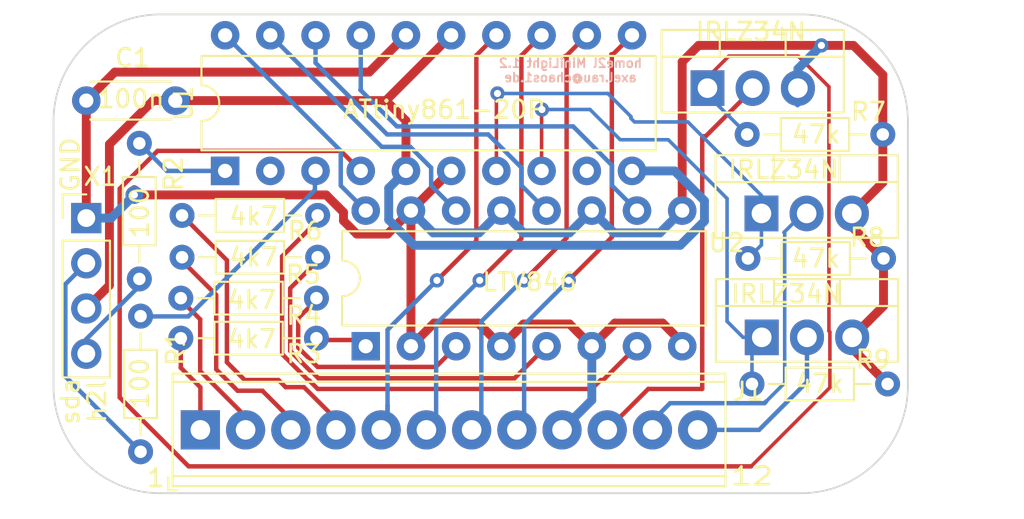
<source format=kicad_pcb>
(kicad_pcb (version 20240108) (generator "pcbnew") (generator_version "8.0")
  (title_block (title "home2l MiniLight") (date "2022-07-31") (rev "1.2") (company "axel.rau@chaos1.de") (comment 1 "Design based on https://github.com/gkiefer/home2l/tree/master/brownies/circuits") (comment 2 "The home2l Project: https://github.com/gkiefer/home2l") (comment 3 "This project: https://github.com/mc3/home2l") (comment 4 "Tiny Room Light Control Board suited for Spelsberg connection box Q 4-L (33490401)"))
  (layers (0 "F.Cu" signal) (31 "B.Cu" signal) (34 "B.Paste" user) (35 "F.Paste" user) (36 "B.SilkS" user "B.Silkscreen") (37 "F.SilkS" user "F.Silkscreen") (38 "B.Mask" user) (39 "F.Mask" user) (44 "Edge.Cuts" user))
  (net 0 "")
  (net 1 "GND")
  (net 2 "+5V")
  (net 3 "Net-(J1-Pad1)")
  (net 4 "Net-(J1-Pad2)")
  (net 5 "Net-(J1-Pad3)")
  (net 6 "Net-(J1-Pad4)")
  (net 7 "Net-(J1-Pad5)")
  (net 8 "Net-(J1-Pad6)")
  (net 9 "/scl")
  (net 10 "/sda")
  (net 11 "Net-(J1-Pad7)")
  (net 12 "Net-(J1-Pad8)")
  (net 13 "Net-(R1-Pad1)")
  (net 14 "Net-(R3-Pad2)")
  (net 16 "Net-(R4-Pad2)")
  (net 17 "Net-(R5-Pad2)")
  (net 18 "Net-(R6-Pad2)")
  (net 19 "Net-(R7-Pad2)")
  (net 20 "Net-(J1-Pad10)")
  (net 21 "Net-(J1-Pad11)")
  (net 22 "Net-(J1-Pad12)")
  (net 24 "Net-(U1-Pad17)")
  (net 25 "Net-(U1-Pad18)")
  (net 26 "Net-(U1-Pad19)")
  (net 27 "Net-(U1-Pad20)")
  (net 28 "Net-(R2-Pad1)")
  (net 29 "Net-(R8-Pad2)")
  (net 30 "Net-(R9-Pad2)")
  (footprint "Package_DIP:DIP-16_W7.62mm" (layer "F.Cu") (at 187.1 145.7 90)
    (property "Reference" "U2" (at 5.81 20.27 180) (layer "F.SilkS"))
    (property "Value" "LTV-847")
    (fp_line (start 6.46 -1.33) (end 4.81 -1.33) (stroke (width 0.12)) (layer "F.SilkS"))
    (fp_line (start 2.81 -1.33) (end 1.16 -1.33) (stroke (width 0.12)) (layer "F.SilkS"))
    (fp_line (start 1.16 -1.33) (end 1.16 19.11) (stroke (width 0.12)) (layer "F.SilkS"))
    (fp_line (start 6.46 19.11) (end 6.46 -1.33) (stroke (width 0.12)) (layer "F.SilkS"))
    (fp_line (start 1.16 19.11) (end 6.46 19.11) (stroke (width 0.12)) (layer "F.SilkS"))
    (fp_arc (start 4.81 -1.33) (mid 3.81 -0.33) (end 2.81 -1.33) (stroke (width 0.12)) (layer "F.SilkS"))
    (pad "1" thru_hole rect (at 0 0 90) (size 1.6 1.6) (drill 0.8) (layers "*.Cu" "*.Mask") (net 14 "Net-(R3-Pad2)"))
    (pad "2" thru_hole oval (at 0 2.54 90) (size 1.6 1.6) (drill 0.8) (layers "*.Cu" "*.Mask") (net 1 "GND"))
    (pad "3" thru_hole oval (at 0 5.08 90) (size 1.6 1.6) (drill 0.8) (layers "*.Cu" "*.Mask") (net 16 "Net-(R4-Pad2)"))
    (pad "4" thru_hole oval (at 0 7.62 90) (size 1.6 1.6) (drill 0.8) (layers "*.Cu" "*.Mask") (net 1 "GND"))
    (pad "5" thru_hole oval (at 0 10.16 90) (size 1.6 1.6) (drill 0.8) (layers "*.Cu" "*.Mask") (net 17 "Net-(R5-Pad2)"))
    (pad "6" thru_hole oval (at 0 12.7 90) (size 1.6 1.6) (drill 0.8) (layers "*.Cu" "*.Mask") (net 1 "GND"))
    (pad "7" thru_hole oval (at 0 15.24 90) (size 1.6 1.6) (drill 0.8) (layers "*.Cu" "*.Mask") (net 18 "Net-(R6-Pad2)"))
    (pad "8" thru_hole oval (at 0 17.78 90) (size 1.6 1.6) (drill 0.8) (layers "*.Cu" "*.Mask") (net 1 "GND"))
    (pad "9" thru_hole oval (at 7.62 17.78 90) (size 1.6 1.6) (drill 0.8) (layers "*.Cu" "*.Mask") (net 1 "GND"))
    (pad "10" thru_hole oval (at 7.62 15.24 90) (size 1.6 1.6) (drill 0.8) (layers "*.Cu" "*.Mask") (net 24 "Net-(U1-Pad17)"))
    (pad "11" thru_hole oval (at 7.62 12.7 90) (size 1.6 1.6) (drill 0.8) (layers "*.Cu" "*.Mask") (net 1 "GND"))
    (pad "12" thru_hole oval (at 7.62 10.16 90) (size 1.6 1.6) (drill 0.8) (layers "*.Cu" "*.Mask") (net 25 "Net-(U1-Pad18)"))
    (pad "13" thru_hole oval (at 7.62 7.62 90) (size 1.6 1.6) (drill 0.8) (layers "*.Cu" "*.Mask") (net 1 "GND"))
    (pad "14" thru_hole oval (at 7.62 5.08 90) (size 1.6 1.6) (drill 0.8) (layers "*.Cu" "*.Mask") (net 26 "Net-(U1-Pad19)"))
    (pad "15" thru_hole oval (at 7.62 2.54 90) (size 1.6 1.6) (drill 0.8) (layers "*.Cu" "*.Mask") (net 1 "GND"))
    (pad "16" thru_hole oval (at 7.62 0 90) (size 1.6 1.6) (drill 0.8) (layers "*.Cu" "*.Mask") (net 27 "Net-(U1-Pad20)"))
  )
  (footprint "Resistor_THT:R_Axial_DIN0204_L3.6mm_D1.6mm_P7.62mm_Horizontal" (layer "F.Cu") (at 176.71 143)
    (property "Reference" "R4" (at 6.91 0.98 0) (layer "F.SilkS"))
    (property "Value" "4k7")
    (fp_line (start 0.94 0) (end 1.89 0) (stroke (width 0.12)) (layer "F.SilkS"))
    (fp_line (start 1.89 -0.92) (end 1.89 0.92) (stroke (width 0.12)) (layer "F.SilkS"))
    (fp_line (start 1.89 0.92) (end 5.73 0.92) (stroke (width 0.12)) (layer "F.SilkS"))
    (fp_line (start 5.73 -0.92) (end 1.89 -0.92) (stroke (width 0.12)) (layer "F.SilkS"))
    (fp_line (start 5.73 0.92) (end 5.73 -0.92) (stroke (width 0.12)) (layer "F.SilkS"))
    (fp_line (start 6.68 0) (end 5.73 0) (stroke (width 0.12)) (layer "F.SilkS"))
    (pad "1" thru_hole circle (at 0 0) (size 1.4 1.4) (drill 0.7) (layers "*.Cu" "*.Mask") (net 4 "Net-(J1-Pad2)"))
    (pad "2" thru_hole oval (at 7.62 0) (size 1.4 1.4) (drill 0.7) (layers "*.Cu" "*.Mask") (net 16 "Net-(R4-Pad2)"))
  )
  (footprint "Capacitor_THT:C_Disc_D4.3mm_W1.9mm_P5.00mm" (layer "F.Cu") (at 176.4 131.9 180)
    (property "Reference" "C1" (at 2.4 2.4 0) (layer "F.SilkS"))
    (property "Value" "100nF")
    (fp_line (start 4.77 1.055) (end 4.77 1.07) (stroke (width 0.12)) (layer "F.SilkS"))
    (fp_line (start 4.77 -1.07) (end 4.77 -1.055) (stroke (width 0.12)) (layer "F.SilkS"))
    (fp_line (start 0.23 1.07) (end 4.77 1.07) (stroke (width 0.12)) (layer "F.SilkS"))
    (fp_line (start 0.23 1.055) (end 0.23 1.07) (stroke (width 0.12)) (layer "F.SilkS"))
    (fp_line (start 0.23 -1.07) (end 4.77 -1.07) (stroke (width 0.12)) (layer "F.SilkS"))
    (fp_line (start 0.23 -1.07) (end 0.23 -1.055) (stroke (width 0.12)) (layer "F.SilkS"))
    (pad "1" thru_hole circle (at 0 0 180) (size 1.6 1.6) (drill 0.8) (layers "*.Cu" "*.Mask") (net 2 "+5V"))
    (pad "2" thru_hole circle (at 5 0 180) (size 1.6 1.6) (drill 0.8) (layers "*.Cu" "*.Mask") (net 1 "GND"))
  )
  (footprint "Library:PinHeader_1x04_P2.54mm_Vertical" (layer "F.Cu") (at 171.4 138.5)
    (property "Reference" "X1" (at 0.8 -2.33 180) (layer "F.SilkS"))
    (property "Value" "Home2lBus2_in")
    (fp_line (start -1.33 -1.33) (end 0 -1.33) (stroke (width 0.12)) (layer "F.SilkS"))
    (fp_line (start -1.33 0) (end -1.33 -1.33) (stroke (width 0.12)) (layer "F.SilkS"))
    (fp_line (start -1.33 1.27) (end -1.33 8.95) (stroke (width 0.12)) (layer "F.SilkS"))
    (fp_line (start -1.33 1.27) (end 1.33 1.27) (stroke (width 0.12)) (layer "F.SilkS"))
    (fp_line (start -1.33 8.95) (end 1.33 8.95) (stroke (width 0.12)) (layer "F.SilkS"))
    (fp_line (start 1.33 1.27) (end 1.33 8.95) (stroke (width 0.12)) (layer "F.SilkS"))
    (pad "1" thru_hole rect (at 0 0) (size 1.7 1.7) (drill 1) (layers "*.Cu" "*.Mask") (net 1 "GND"))
    (pad "2" thru_hole oval (at 0 2.54) (size 1.7 1.7) (drill 1) (layers "*.Cu" "*.Mask") (net 9 "/scl"))
    (pad "3" thru_hole oval (at 0 5.08) (size 1.7 1.7) (drill 1) (layers "*.Cu" "*.Mask") (net 2 "+5V"))
    (pad "4" thru_hole oval (at 0 7.62) (size 1.7 1.7) (drill 1) (layers "*.Cu" "*.Mask") (net 10 "/sda"))
  )
  (footprint "Resistor_THT:R_Axial_DIN0204_L3.6mm_D1.6mm_P7.62mm_Horizontal" (layer "F.Cu") (at 176.78 138.35)
    (property "Reference" "R6" (at 6.91 0.88 0) (layer "F.SilkS"))
    (property "Value" "4k7")
    (fp_line (start 0.94 0) (end 1.89 0) (stroke (width 0.12)) (layer "F.SilkS"))
    (fp_line (start 1.89 -0.92) (end 1.89 0.92) (stroke (width 0.12)) (layer "F.SilkS"))
    (fp_line (start 1.89 0.92) (end 5.73 0.92) (stroke (width 0.12)) (layer "F.SilkS"))
    (fp_line (start 5.73 -0.92) (end 1.89 -0.92) (stroke (width 0.12)) (layer "F.SilkS"))
    (fp_line (start 5.73 0.92) (end 5.73 -0.92) (stroke (width 0.12)) (layer "F.SilkS"))
    (fp_line (start 6.68 0) (end 5.73 0) (stroke (width 0.12)) (layer "F.SilkS"))
    (pad "1" thru_hole circle (at 0 0) (size 1.4 1.4) (drill 0.7) (layers "*.Cu" "*.Mask") (net 6 "Net-(J1-Pad4)"))
    (pad "2" thru_hole oval (at 7.62 0) (size 1.4 1.4) (drill 0.7) (layers "*.Cu" "*.Mask") (net 18 "Net-(R6-Pad2)"))
  )
  (footprint "Resistor_THT:R_Axial_DIN0204_L3.6mm_D1.6mm_P7.62mm_Horizontal" (layer "F.Cu") (at 216.42 147.82 180)
    (property "Reference" "R9" (at 0.81 1.38 0) (layer "F.SilkS"))
    (property "Value" "47k")
    (fp_line (start 6.68 0) (end 5.73 0) (stroke (width 0.12)) (layer "F.SilkS"))
    (fp_line (start 5.73 0.92) (end 5.73 -0.92) (stroke (width 0.12)) (layer "F.SilkS"))
    (fp_line (start 5.73 -0.92) (end 1.89 -0.92) (stroke (width 0.12)) (layer "F.SilkS"))
    (fp_line (start 1.89 0.92) (end 5.73 0.92) (stroke (width 0.12)) (layer "F.SilkS"))
    (fp_line (start 1.89 -0.92) (end 1.89 0.92) (stroke (width 0.12)) (layer "F.SilkS"))
    (fp_line (start 0.94 0) (end 1.89 0) (stroke (width 0.12)) (layer "F.SilkS"))
    (pad "1" thru_hole circle (at 0 0 180) (size 1.4 1.4) (drill 0.7) (layers "*.Cu" "*.Mask") (net 1 "GND"))
    (pad "2" thru_hole oval (at 7.62 0 180) (size 1.4 1.4) (drill 0.7) (layers "*.Cu" "*.Mask") (net 30 "Net-(R9-Pad2)"))
  )
  (footprint "Package_TO_SOT_THT:TO-220-3_Vertical" (layer "F.Cu") (at 209.331 138.24)
    (property "Reference" "IRLZ34N" (at 1.24 -2.47 0) (layer "F.SilkS"))
    (property "Value" "IRLZ34N")
    (fp_line (start -2.58 -3.27) (end -2.58 1.371) (stroke (width 0.12)) (layer "F.SilkS"))
    (fp_line (start -2.58 -3.27) (end 7.66 -3.27) (stroke (width 0.12)) (layer "F.SilkS"))
    (fp_line (start -2.58 -1.76) (end 7.66 -1.76) (stroke (width 0.12)) (layer "F.SilkS"))
    (fp_line (start -2.58 1.371) (end 7.66 1.371) (stroke (width 0.12)) (layer "F.SilkS"))
    (fp_line (start 0.69 -3.27) (end 0.69 -1.76) (stroke (width 0.12)) (layer "F.SilkS"))
    (fp_line (start 4.391 -3.27) (end 4.391 -1.76) (stroke (width 0.12)) (layer "F.SilkS"))
    (fp_line (start 7.66 -3.27) (end 7.66 1.371) (stroke (width 0.12)) (layer "F.SilkS"))
    (pad "1" thru_hole rect (at 0 0) (size 1.905 2) (drill 1.1) (layers "*.Cu" "*.Mask") (net 29 "Net-(R8-Pad2)"))
    (pad "2" thru_hole oval (at 2.54 0) (size 1.905 2) (drill 1.1) (layers "*.Cu" "*.Mask") (net 21 "Net-(J1-Pad11)"))
    (pad "3" thru_hole oval (at 5.08 0) (size 1.905 2) (drill 1.1) (layers "*.Cu" "*.Mask") (net 1 "GND"))
  )
  (footprint "Resistor_THT:R_Axial_DIN0204_L3.6mm_D1.6mm_P7.62mm_Horizontal" (layer "F.Cu") (at 174.38 134.3 -90)
    (property "Reference" "R2" (at 1.71 -1.92 90) (layer "F.SilkS"))
    (property "Value" "100")
    (fp_line (start 1.89 0.92) (end 5.73 0.92) (stroke (width 0.12)) (layer "F.SilkS"))
    (fp_line (start 5.73 0.92) (end 5.73 -0.92) (stroke (width 0.12)) (layer "F.SilkS"))
    (fp_line (start 0.94 0) (end 1.89 0) (stroke (width 0.12)) (layer "F.SilkS"))
    (fp_line (start 6.68 0) (end 5.73 0) (stroke (width 0.12)) (layer "F.SilkS"))
    (fp_line (start 1.89 -0.92) (end 1.89 0.92) (stroke (width 0.12)) (layer "F.SilkS"))
    (fp_line (start 5.73 -0.92) (end 1.89 -0.92) (stroke (width 0.12)) (layer "F.SilkS"))
    (pad "1" thru_hole circle (at 0 0 270) (size 1.4 1.4) (drill 0.7) (layers "*.Cu" "*.Mask") (net 28 "Net-(R2-Pad1)"))
    (pad "2" thru_hole oval (at 7.62 0 270) (size 1.4 1.4) (drill 0.7) (layers "*.Cu" "*.Mask") (net 10 "/sda"))
  )
  (footprint "Resistor_THT:R_Axial_DIN0204_L3.6mm_D1.6mm_P7.62mm_Horizontal" (layer "F.Cu") (at 174.45 144.01 -90)
    (property "Reference" "R1" (at 1.81 -1.97 90) (layer "F.SilkS"))
    (property "Value" "100")
    (fp_line (start 1.89 0.92) (end 5.73 0.92) (stroke (width 0.12)) (layer "F.SilkS"))
    (fp_line (start 5.73 0.92) (end 5.73 -0.92) (stroke (width 0.12)) (layer "F.SilkS"))
    (fp_line (start 0.94 0) (end 1.89 0) (stroke (width 0.12)) (layer "F.SilkS"))
    (fp_line (start 6.68 0) (end 5.73 0) (stroke (width 0.12)) (layer "F.SilkS"))
    (fp_line (start 1.89 -0.92) (end 1.89 0.92) (stroke (width 0.12)) (layer "F.SilkS"))
    (fp_line (start 5.73 -0.92) (end 1.89 -0.92) (stroke (width 0.12)) (layer "F.SilkS"))
    (pad "1" thru_hole circle (at 0 0 270) (size 1.4 1.4) (drill 0.7) (layers "*.Cu" "*.Mask") (net 13 "Net-(R1-Pad1)"))
    (pad "2" thru_hole oval (at 7.62 0 270) (size 1.4 1.4) (drill 0.7) (layers "*.Cu" "*.Mask") (net 9 "/scl"))
  )
  (footprint "Package_TO_SOT_THT:TO-220-3_Vertical" (layer "F.Cu") (at 209.35 145.2)
    (property "Reference" "IRLZ34N" (at 1.38 -2.43 0) (layer "F.SilkS"))
    (property "Value" "IRLZ34N")
    (fp_line (start -2.58 -3.27) (end -2.58 1.371) (stroke (width 0.12)) (layer "F.SilkS"))
    (fp_line (start -2.58 -3.27) (end 7.66 -3.27) (stroke (width 0.12)) (layer "F.SilkS"))
    (fp_line (start -2.58 -1.76) (end 7.66 -1.76) (stroke (width 0.12)) (layer "F.SilkS"))
    (fp_line (start -2.58 1.371) (end 7.66 1.371) (stroke (width 0.12)) (layer "F.SilkS"))
    (fp_line (start 0.69 -3.27) (end 0.69 -1.76) (stroke (width 0.12)) (layer "F.SilkS"))
    (fp_line (start 4.391 -3.27) (end 4.391 -1.76) (stroke (width 0.12)) (layer "F.SilkS"))
    (fp_line (start 7.66 -3.27) (end 7.66 1.371) (stroke (width 0.12)) (layer "F.SilkS"))
    (pad "1" thru_hole rect (at 0 0) (size 1.905 2) (drill 1.1) (layers "*.Cu" "*.Mask") (net 30 "Net-(R9-Pad2)"))
    (pad "2" thru_hole oval (at 2.54 0) (size 1.905 2) (drill 1.1) (layers "*.Cu" "*.Mask") (net 22 "Net-(J1-Pad12)"))
    (pad "3" thru_hole oval (at 5.08 0) (size 1.905 2) (drill 1.1) (layers "*.Cu" "*.Mask") (net 1 "GND"))
  )
  (footprint "Resistor_THT:R_Axial_DIN0204_L3.6mm_D1.6mm_P7.62mm_Horizontal" (layer "F.Cu") (at 216.19 140.77 180)
    (property "Reference" "R8" (at 0.91 1.18 0) (layer "F.SilkS"))
    (property "Value" "47k")
    (fp_line (start 6.68 0) (end 5.73 0) (stroke (width 0.12)) (layer "F.SilkS"))
    (fp_line (start 5.73 0.92) (end 5.73 -0.92) (stroke (width 0.12)) (layer "F.SilkS"))
    (fp_line (start 5.73 -0.92) (end 1.89 -0.92) (stroke (width 0.12)) (layer "F.SilkS"))
    (fp_line (start 1.89 0.92) (end 5.73 0.92) (stroke (width 0.12)) (layer "F.SilkS"))
    (fp_line (start 1.89 -0.92) (end 1.89 0.92) (stroke (width 0.12)) (layer "F.SilkS"))
    (fp_line (start 0.94 0) (end 1.89 0) (stroke (width 0.12)) (layer "F.SilkS"))
    (pad "1" thru_hole circle (at 0 0 180) (size 1.4 1.4) (drill 0.7) (layers "*.Cu" "*.Mask") (net 1 "GND"))
    (pad "2" thru_hole oval (at 7.62 0 180) (size 1.4 1.4) (drill 0.7) (layers "*.Cu" "*.Mask") (net 29 "Net-(R8-Pad2)"))
  )
  (footprint "Package_TO_SOT_THT:TO-220-3_Vertical" (layer "F.Cu") (at 206.3 131.2)
    (property "Reference" "IRLZ34N" (at 2.44 -3.17 0) (layer "F.SilkS"))
    (property "Value" "IRLZ34N")
    (fp_line (start -2.58 -3.27) (end -2.58 1.371) (stroke (width 0.12)) (layer "F.SilkS"))
    (fp_line (start -2.58 -3.27) (end 7.66 -3.27) (stroke (width 0.12)) (layer "F.SilkS"))
    (fp_line (start -2.58 -1.76) (end 7.66 -1.76) (stroke (width 0.12)) (layer "F.SilkS"))
    (fp_line (start -2.58 1.371) (end 7.66 1.371) (stroke (width 0.12)) (layer "F.SilkS"))
    (fp_line (start 0.69 -3.27) (end 0.69 -1.76) (stroke (width 0.12)) (layer "F.SilkS"))
    (fp_line (start 4.391 -3.27) (end 4.391 -1.76) (stroke (width 0.12)) (layer "F.SilkS"))
    (fp_line (start 7.66 -3.27) (end 7.66 1.371) (stroke (width 0.12)) (layer "F.SilkS"))
    (pad "1" thru_hole rect (at 0 0) (size 1.905 2) (drill 1.1) (layers "*.Cu" "*.Mask") (net 19 "Net-(R7-Pad2)"))
    (pad "2" thru_hole oval (at 2.54 0) (size 1.905 2) (drill 1.1) (layers "*.Cu" "*.Mask") (net 20 "Net-(J1-Pad10)"))
    (pad "3" thru_hole oval (at 5.08 0) (size 1.905 2) (drill 1.1) (layers "*.Cu" "*.Mask") (net 1 "GND"))
  )
  (footprint "TerminalBlock_Phoenix:TerminalBlock_Phoenix_MPT-0,5-12-2.54_1x12_P2.54mm_Horizontal" (layer "F.Cu") (at 177.81 150.4)
    (property "Reference" "J1" (at 30.77 -2.16 0) (layer "F.SilkS"))
    (property "Value" " ")
    (fp_line (start -1.8 2.66) (end -1.8 3.4) (stroke (width 0.12)) (layer "F.SilkS"))
    (fp_line (start -1.8 3.4) (end -1.3 3.4) (stroke (width 0.12)) (layer "F.SilkS"))
    (fp_line (start -1.56 -3.16) (end -1.56 3.16) (stroke (width 0.12)) (layer "F.SilkS"))
    (fp_line (start -1.56 -3.16) (end 29.501 -3.16) (stroke (width 0.12)) (layer "F.SilkS"))
    (fp_line (start -1.56 -2.7) (end 29.501 -2.7) (stroke (width 0.12)) (layer "F.SilkS"))
    (fp_line (start -1.56 2.6) (end 29.501 2.6) (stroke (width 0.12)) (layer "F.SilkS"))
    (fp_line (start -1.56 3.16) (end 29.501 3.16) (stroke (width 0.12)) (layer "F.SilkS"))
    (fp_line (start 29.501 -3.16) (end 29.501 3.16) (stroke (width 0.12)) (layer "F.SilkS"))
    (pad "1" thru_hole rect (at 0 0) (size 2.2 2.2) (drill 1.1) (layers "*.Cu" "*.Mask") (net 3 "Net-(J1-Pad1)"))
    (pad "2" thru_hole circle (at 2.54 0) (size 2.2 2.2) (drill 1.1) (layers "*.Cu" "*.Mask") (net 4 "Net-(J1-Pad2)"))
    (pad "3" thru_hole circle (at 5.08 0) (size 2.2 2.2) (drill 1.1) (layers "*.Cu" "*.Mask") (net 5 "Net-(J1-Pad3)"))
    (pad "4" thru_hole circle (at 7.62 0) (size 2.2 2.2) (drill 1.1) (layers "*.Cu" "*.Mask") (net 6 "Net-(J1-Pad4)"))
    (pad "5" thru_hole circle (at 10.16 0) (size 2.2 2.2) (drill 1.1) (layers "*.Cu" "*.Mask") (net 7 "Net-(J1-Pad5)"))
    (pad "6" thru_hole circle (at 12.7 0) (size 2.2 2.2) (drill 1.1) (layers "*.Cu" "*.Mask") (net 8 "Net-(J1-Pad6)"))
    (pad "7" thru_hole circle (at 15.24 0) (size 2.2 2.2) (drill 1.1) (layers "*.Cu" "*.Mask") (net 11 "Net-(J1-Pad7)"))
    (pad "8" thru_hole circle (at 17.78 0) (size 2.2 2.2) (drill 1.1) (layers "*.Cu" "*.Mask") (net 12 "Net-(J1-Pad8)"))
    (pad "9" thru_hole circle (at 20.32 0) (size 2.2 2.2) (drill 1.1) (layers "*.Cu" "*.Mask") (net 1 "GND"))
    (pad "10" thru_hole circle (at 22.86 0) (size 2.2 2.2) (drill 1.1) (layers "*.Cu" "*.Mask") (net 20 "Net-(J1-Pad10)"))
    (pad "11" thru_hole circle (at 25.4 0) (size 2.2 2.2) (drill 1.1) (layers "*.Cu" "*.Mask") (net 21 "Net-(J1-Pad11)"))
    (pad "12" thru_hole circle (at 27.94 0) (size 2.2 2.2) (drill 1.1) (layers "*.Cu" "*.Mask") (net 22 "Net-(J1-Pad12)"))
  )
  (footprint "Resistor_THT:R_Axial_DIN0204_L3.6mm_D1.6mm_P7.62mm_Horizontal" (layer "F.Cu") (at 176.78 140.7)
    (property "Reference" "R5" (at 6.81 0.98 0) (layer "F.SilkS"))
    (property "Value" "4k7")
    (fp_line (start 0.94 0) (end 1.89 0) (stroke (width 0.12)) (layer "F.SilkS"))
    (fp_line (start 1.89 -0.92) (end 1.89 0.92) (stroke (width 0.12)) (layer "F.SilkS"))
    (fp_line (start 1.89 0.92) (end 5.73 0.92) (stroke (width 0.12)) (layer "F.SilkS"))
    (fp_line (start 5.73 -0.92) (end 1.89 -0.92) (stroke (width 0.12)) (layer "F.SilkS"))
    (fp_line (start 5.73 0.92) (end 5.73 -0.92) (stroke (width 0.12)) (layer "F.SilkS"))
    (fp_line (start 6.68 0) (end 5.73 0) (stroke (width 0.12)) (layer "F.SilkS"))
    (pad "1" thru_hole circle (at 0 0) (size 1.4 1.4) (drill 0.7) (layers "*.Cu" "*.Mask") (net 5 "Net-(J1-Pad3)"))
    (pad "2" thru_hole oval (at 7.62 0) (size 1.4 1.4) (drill 0.7) (layers "*.Cu" "*.Mask") (net 17 "Net-(R5-Pad2)"))
  )
  (footprint "Resistor_THT:R_Axial_DIN0204_L3.6mm_D1.6mm_P7.62mm_Horizontal" (layer "F.Cu") (at 176.71 145.25)
    (property "Reference" "R3" (at 6.91 0.88 0) (layer "F.SilkS"))
    (property "Value" "4k7")
    (fp_line (start 0.94 0) (end 1.89 0) (stroke (width 0.12)) (layer "F.SilkS"))
    (fp_line (start 1.89 -0.92) (end 1.89 0.92) (stroke (width 0.12)) (layer "F.SilkS"))
    (fp_line (start 1.89 0.92) (end 5.73 0.92) (stroke (width 0.12)) (layer "F.SilkS"))
    (fp_line (start 5.73 -0.92) (end 1.89 -0.92) (stroke (width 0.12)) (layer "F.SilkS"))
    (fp_line (start 5.73 0.92) (end 5.73 -0.92) (stroke (width 0.12)) (layer "F.SilkS"))
    (fp_line (start 6.68 0) (end 5.73 0) (stroke (width 0.12)) (layer "F.SilkS"))
    (pad "1" thru_hole circle (at 0 0) (size 1.4 1.4) (drill 0.7) (layers "*.Cu" "*.Mask") (net 3 "Net-(J1-Pad1)"))
    (pad "2" thru_hole oval (at 7.62 0) (size 1.4 1.4) (drill 0.7) (layers "*.Cu" "*.Mask") (net 14 "Net-(R3-Pad2)"))
  )
  (footprint "Package_DIP:DIP-20_W7.62mm" (layer "F.Cu") (at 179.2 135.85 90)
    (property "Reference" "U1" (at 3.81 -2.33 90) (layer "F.SilkS"))
    (property "Value" "ATtiny861-20P")
    (fp_line (start 6.46 -1.33) (end 4.81 -1.33) (stroke (width 0.12)) (layer "F.SilkS"))
    (fp_line (start 2.81 -1.33) (end 1.16 -1.33) (stroke (width 0.12)) (layer "F.SilkS"))
    (fp_line (start 1.16 -1.33) (end 1.16 24.19) (stroke (width 0.12)) (layer "F.SilkS"))
    (fp_line (start 6.46 24.19) (end 6.46 -1.33) (stroke (width 0.12)) (layer "F.SilkS"))
    (fp_line (start 1.16 24.19) (end 6.46 24.19) (stroke (width 0.12)) (layer "F.SilkS"))
    (fp_arc (start 4.81 -1.33) (mid 3.81 -0.33) (end 2.81 -1.33) (stroke (width 0.12)) (layer "F.SilkS"))
    (pad "1" thru_hole rect (at 0 0 90) (size 1.6 1.6) (drill 0.8) (layers "*.Cu" "*.Mask") (net 28 "Net-(R2-Pad1)"))
    (pad "2" thru_hole oval (at 0 2.54 90) (size 1.6 1.6) (drill 0.8) (layers "*.Cu" "*.Mask"))
    (pad "3" thru_hole oval (at 0 5.08 90) (size 1.6 1.6) (drill 0.8) (layers "*.Cu" "*.Mask") (net 13 "Net-(R1-Pad1)"))
    (pad "4" thru_hole oval (at 0 7.62 90) (size 1.6 1.6) (drill 0.8) (layers "*.Cu" "*.Mask") (net 19 "Net-(R7-Pad2)"))
    (pad "5" thru_hole oval (at 0 10.16 90) (size 1.6 1.6) (drill 0.8) (layers "*.Cu" "*.Mask") (net 2 "+5V"))
    (pad "6" thru_hole oval (at 0 12.7 90) (size 1.6 1.6) (drill 0.8) (layers "*.Cu" "*.Mask") (net 1 "GND"))
    (pad "7" thru_hole oval (at 0 15.24 90) (size 1.6 1.6) (drill 0.8) (layers "*.Cu" "*.Mask") (net 29 "Net-(R8-Pad2)"))
    (pad "8" thru_hole oval (at 0 17.78 90) (size 1.6 1.6) (drill 0.8) (layers "*.Cu" "*.Mask") (net 30 "Net-(R9-Pad2)"))
    (pad "9" thru_hole oval (at 0 20.32 90) (size 1.6 1.6) (drill 0.8) (layers "*.Cu" "*.Mask"))
    (pad "10" thru_hole oval (at 0 22.86 90) (size 1.6 1.6) (drill 0.8) (layers "*.Cu" "*.Mask") (net 2 "+5V"))
    (pad "11" thru_hole oval (at 7.62 22.86 90) (size 1.6 1.6) (drill 0.8) (layers "*.Cu" "*.Mask") (net 12 "Net-(J1-Pad8)"))
    (pad "12" thru_hole oval (at 7.62 20.32 90) (size 1.6 1.6) (drill 0.8) (layers "*.Cu" "*.Mask") (net 11 "Net-(J1-Pad7)"))
    (pad "13" thru_hole oval (at 7.62 17.78 90) (size 1.6 1.6) (drill 0.8) (layers "*.Cu" "*.Mask") (net 8 "Net-(J1-Pad6)"))
    (pad "14" thru_hole oval (at 7.62 15.24 90) (size 1.6 1.6) (drill 0.8) (layers "*.Cu" "*.Mask") (net 7 "Net-(J1-Pad5)"))
    (pad "15" thru_hole oval (at 7.62 12.7 90) (size 1.6 1.6) (drill 0.8) (layers "*.Cu" "*.Mask") (net 2 "+5V"))
    (pad "16" thru_hole oval (at 7.62 10.16 90) (size 1.6 1.6) (drill 0.8) (layers "*.Cu" "*.Mask") (net 1 "GND"))
    (pad "17" thru_hole oval (at 7.62 7.62 90) (size 1.6 1.6) (drill 0.8) (layers "*.Cu" "*.Mask") (net 24 "Net-(U1-Pad17)"))
    (pad "18" thru_hole oval (at 7.62 5.08 90) (size 1.6 1.6) (drill 0.8) (layers "*.Cu" "*.Mask") (net 25 "Net-(U1-Pad18)"))
    (pad "19" thru_hole oval (at 7.62 2.54 90) (size 1.6 1.6) (drill 0.8) (layers "*.Cu" "*.Mask") (net 26 "Net-(U1-Pad19)"))
    (pad "20" thru_hole oval (at 7.62 0 90) (size 1.6 1.6) (drill 0.8) (layers "*.Cu" "*.Mask") (net 27 "Net-(U1-Pad20)"))
  )
  (footprint "Resistor_THT:R_Axial_DIN0204_L3.6mm_D1.6mm_P7.62mm_Horizontal" (layer "F.Cu") (at 216.15 133.8 180)
    (property "Reference" "R7" (at 0.81 1.28 0) (layer "F.SilkS"))
    (property "Value" "47k")
    (fp_line (start 6.68 0) (end 5.73 0) (stroke (width 0.12)) (layer "F.SilkS"))
    (fp_line (start 5.73 0.92) (end 5.73 -0.92) (stroke (width 0.12)) (layer "F.SilkS"))
    (fp_line (start 5.73 -0.92) (end 1.89 -0.92) (stroke (width 0.12)) (layer "F.SilkS"))
    (fp_line (start 1.89 0.92) (end 5.73 0.92) (stroke (width 0.12)) (layer "F.SilkS"))
    (fp_line (start 1.89 -0.92) (end 1.89 0.92) (stroke (width 0.12)) (layer "F.SilkS"))
    (fp_line (start 0.94 0) (end 1.89 0) (stroke (width 0.12)) (layer "F.SilkS"))
    (pad "1" thru_hole circle (at 0 0 180) (size 1.4 1.4) (drill 0.7) (layers "*.Cu" "*.Mask") (net 1 "GND"))
    (pad "2" thru_hole oval (at 7.62 0 180) (size 1.4 1.4) (drill 0.7) (layers "*.Cu" "*.Mask") (net 19 "Net-(R7-Pad2)"))
  )
  (gr_arc (start 175.557359 153.957359) (mid 171.314718 152.2) (end 169.557359 147.957359) (stroke (width 0.1)) (layer "Edge.Cuts"))
  (gr_line (start 211.557359 153.957359) (end 175.557359 153.957359) (stroke (width 0.1)) (layer "Edge.Cuts"))
  (gr_arc (start 169.557359 133.057359) (mid 171.314718 128.814718) (end 175.557359 127.057359) (stroke (width 0.1)) (layer "Edge.Cuts"))
  (gr_arc (start 211.557359 127.057359) (mid 215.8 128.814718) (end 217.557359 133.057359) (stroke (width 0.1)) (layer "Edge.Cuts"))
  (gr_line (start 217.557359 133.057359) (end 217.557359 147.957359) (stroke (width 0.1)) (layer "Edge.Cuts"))
  (gr_line (start 175.557359 127.057359) (end 211.557359 127.057359) (stroke (width 0.1)) (layer "Edge.Cuts"))
  (gr_line (start 169.557359 147.957359) (end 169.557359 133.057359) (stroke (width 0.1)) (layer "Edge.Cuts"))
  (gr_arc (start 217.557359 147.957359) (mid 215.800012 152.200012) (end 211.557359 153.957359) (stroke (width 0.1)) (layer "Edge.Cuts"))
  (gr_text "home2l MiniLight 1.2\naxel.rau@chaos1.de" (at 198.6 130.2 0) (layer "B.SilkS") (effects (font (size 0.5 0.5) (thickness 0.1)) (justify mirror)))
  (gr_text "4k7" (at 180.8 140.7 0) (layer "F.SilkS") (effects (font (size 1 1))))
  (gr_text "12" (at 208.8 153 0) (layer "F.SilkS") (effects (font (size 1 1.25))))
  (gr_text "4k7" (at 180.8 138.4 0) (layer "F.SilkS") (effects (font (size 1 1))))
  (gr_text "h2l" (at 172 148.8 90) (layer "F.SilkS") (effects (font (size 1 1))))
  (gr_text "100n" (at 173.9 131.8 0) (layer "F.SilkS") (effects (font (size 1 1))))
  (gr_text "4k7" (at 180.7 143.1 0) (layer "F.SilkS") (effects (font (size 1 1))))
  (gr_text "GND" (at 170.5 135.5 90) (layer "F.SilkS") (effects (font (size 1 1))))
  (gr_text "sda" (at 170.5 148.8 90) (layer "F.SilkS") (effects (font (size 1 1))))
  (gr_text "47k\n" (at 212.38 140.77 0) (layer "F.SilkS") (effects (font (size 1 1))))
  (gr_text "47k\n" (at 212.6 147.8 0) (layer "F.SilkS") (effects (font (size 1 1))))
  (gr_text "100\n" (at 174.4 147.8 90) (layer "F.SilkS") (effects (font (size 1 1))))
  (gr_text "47k\n" (at 212.4 133.8 0) (layer "F.SilkS") (effects (font (size 1 1))))
  (gr_text "4k7" (at 180.7 145.3 0) (layer "F.SilkS") (effects (font (size 1 1))))
  (gr_text "LTV846" (at 196.3 142.1 0) (layer "F.SilkS") (effects (font (size 1 1))))
  (gr_text "100\n" (at 174.4 138.2 90) (layer "F.SilkS") (effects (font (size 1 1))))
  (gr_text "1" (at 175.3 153.1 0) (layer "F.SilkS") (effects (font (size 1 1))))
  (gr_text "ATtiny861-20P" (at 191.5 132.4 0) (layer "F.SilkS") (effects (font (size 1 1))))
  (segment (start 204.88 138.08) (end 204.88 129.72) (width 0.5) (layer "F.Cu") (net 1))
  (segment (start 186.6 139.4) (end 185.85 138.65) (width 0.5) (layer "F.Cu") (net 1))
  (segment (start 205.8 128.8) (end 212.7 128.8) (width 0.5) (layer "F.Cu") (net 1))
  (segment (start 184.876346 137.2) (end 174.4 137.2) (width 0.5) (layer "F.Cu") (net 1))
  (segment (start 190.94 144.4) (end 193.42 144.4) (width 0.5) (layer "F.Cu") (net 1))
  (segment (start 193.42 144.4) (end 194.72 145.7) (width 0.5) (layer "F.Cu") (net 1))
  (segment (start 171.4 131.9) (end 173 130.3) (width 0.5) (layer "F.Cu") (net 1))
  (segment (start 216.15 130.45) (end 216.15 133.8) (width 0.5) (layer "F.Cu") (net 1))
  (segment (start 216.15 133.8) (end 216.15 136.501) (width 0.5) (layer "F.Cu") (net 1))
  (segment (start 214.43 145.2) (end 214.43 145.83) (width 0.5) (layer "F.Cu") (net 1))
  (segment (start 214.5 128.8) (end 216.15 130.45) (width 0.5) (layer "F.Cu") (net 1))
  (segment (start 212.7 128.8) (end 214.5 128.8) (width 0.5) (layer "F.Cu") (net 1))
  (segment (start 201.1 144.4) (end 203.780001 144.4) (width 0.5) (layer "F.Cu") (net 1))
  (segment (start 173 130.3) (end 187.29 130.3) (width 0.5) (layer "F.Cu") (net 1))
  (segment (start 171.4 138.5) (end 171.4 131.9) (width 0.5) (layer "F.Cu") (net 1))
  (segment (start 198.55 144.45) (end 199.8 145.7) (width 0.5) (layer "F.Cu") (net 1))
  (segment (start 199.8 145.7) (end 201.1 144.4) (width 0.5) (layer "F.Cu") (net 1))
  (segment (start 195.97 144.45) (end 198.55 144.45) (width 0.5) (layer "F.Cu") (net 1))
  (segment (start 189.64 138.08) (end 188.32 139.4) (width 0.5) (layer "F.Cu") (net 1))
  (segment (start 216.19 140.77) (end 216.19 143.44) (width 0.5) (layer "F.Cu") (net 1))
  (segment (start 189.64 145.7) (end 189.64 138.08) (width 0.5) (layer "F.Cu") (net 1))
  (segment (start 214.43 145.83) (end 216.42 147.82) (width 0.5) (layer "F.Cu") (net 1))
  (segment (start 204.88 129.72) (end 205.8 128.8) (width 0.5) (layer "F.Cu") (net 1))
  (segment (start 188.32 139.4) (end 186.6 139.4) (width 0.5) (layer "F.Cu") (net 1))
  (segment (start 185.85 138.65) (end 185.85 138.173654) (width 0.5) (layer "F.Cu") (net 1))
  (segment (start 189.64 138.08) (end 191.74 135.98) (width 0.5) (layer "F.Cu") (net 1))
  (segment (start 203.780001 144.4) (end 204.88 145.499999) (width 0.5) (layer "F.Cu") (net 1))
  (segment (start 189.64 145.7) (end 190.94 144.4) (width 0.5) (layer "F.Cu") (net 1))
  (segment (start 174.4 137.2) (end 174.1 136.9) (width 0.5) (layer "F.Cu") (net 1))
  (segment (start 214.411 138.991) (end 216.19 140.77) (width 0.5) (layer "F.Cu") (net 1))
  (segment (start 216.15 136.501) (end 214.411 138.24) (width 0.5) (layer "F.Cu") (net 1))
  (segment (start 187.29 130.3) (end 189.36 128.23) (width 0.5) (layer "F.Cu") (net 1))
  (segment (start 185.85 138.173654) (end 184.876346 137.2) (width 0.5) (layer "F.Cu") (net 1))
  (segment (start 194.72 145.7) (end 195.97 144.45) (width 0.5) (layer "F.Cu") (net 1))
  (segment (start 214.411 138.24) (end 214.411 138.991) (width 0.5) (layer "F.Cu") (net 1))
  (segment (start 216.19 143.44) (end 214.43 145.2) (width 0.5) (layer "F.Cu") (net 1))
  (via (at 212.7 128.8) (size 0.8) (drill 0.4) (layers "F.Cu" "B.Cu") (net 1))
  (via (at 174.1 137.2) (size 1) (drill 0.4) (layers "F.Cu" "B.Cu") (net 1))
  (segment (start 201.05 139.33) (end 203.63 139.33) (width 0.5) (layer "B.Cu") (net 1))
  (segment (start 211.38 131.2) (end 211.38 130.12) (width 0.5) (layer "B.Cu") (net 1))
  (segment (start 190.89 139.33) (end 193.47 139.33) (width 0.5) (layer "B.Cu") (net 1))
  (segment (start 189.64 138.08) (end 190.89 139.33) (width 0.5) (layer "B.Cu") (net 1))
  (segment (start 199.8 138.08) (end 201.05 139.33) (width 0.5) (layer "B.Cu") (net 1))
  (segment (start 199.8 148.73) (end 198.13 150.4) (width 0.5) (layer "B.Cu") (net 1))
  (segment (start 211.38 130.12) (end 212.7 128.8) (width 0.5) (layer "B.Cu") (net 1))
  (segment (start 195.97 139.33) (end 198.55 139.33) (width 0.5) (layer "B.Cu") (net 1))
  (segment (start 198.55 139.33) (end 199.8 138.08) (width 0.5) (layer "B.Cu") (net 1))
  (segment (start 199.8 145.7) (end 199.8 148.73) (width 0.5) (layer "B.Cu") (net 1))
  (segment (start 211.3 132.1) (end 211.36 132.16) (width 0.25) (layer "B.Cu") (net 1))
  (segment (start 171.4 138.5) (end 172.8 138.5) (width 0.5) (layer "B.Cu") (net 1))
  (segment (start 203.63 139.33) (end 204.88 138.08) (width 0.5) (layer "B.Cu") (net 1))
  (segment (start 172.8 138.5) (end 174.1 137.2) (width 0.5) (layer "B.Cu") (net 1))
  (segment (start 194.72 138.08) (end 195.97 139.33) (width 0.5) (layer "B.Cu") (net 1))
  (segment (start 193.47 139.33) (end 194.72 138.08) (width 0.5) (layer "B.Cu") (net 1))
  (segment (start 188.23 131.9) (end 191.9 128.23) (width 0.5) (layer "F.Cu") (net 2))
  (segment (start 189.36 133.03) (end 189.36 135.85) (width 0.5) (layer "F.Cu") (net 2))
  (segment (start 171.4 143.58) (end 172.7 142.28) (width 0.5) (layer "F.Cu") (net 2))
  (segment (start 172.7 142.28) (end 172.7 134.353654) (width 0.5) (layer "F.Cu") (net 2))
  (segment (start 175.153654 131.9) (end 176.4 131.9) (width 0.5) (layer "F.Cu") (net 2))
  (segment (start 176.4 131.9) (end 188.23 131.9) (width 0.5) (layer "F.Cu") (net 2))
  (segment (start 172.7 134.353654) (end 175.153654 131.9) (width 0.5) (layer "F.Cu") (net 2))
  (segment (start 189.36 133.03) (end 188.23 131.9) (width 0.5) (layer "F.Cu") (net 2))
  (segment (start 189.822233 140.03) (end 204.77 140.03) (width 0.5) (layer "B.Cu") (net 2))
  (segment (start 189.36 135.85) (end 188.39 136.82) (width 0.5) (layer "B.Cu") (net 2))
  (segment (start 204.45 135.85) (end 202.06 135.85) (width 0.5) (layer "B.Cu") (net 2))
  (segment (start 188.39 138.597767) (end 189.822233 140.03) (width 0.5) (layer "B.Cu") (net 2))
  (segment (start 206.13 138.67) (end 206.13 137.53) (width 0.5) (layer "B.Cu") (net 2))
  (segment (start 204.77 140.03) (end 206.13 138.67) (width 0.5) (layer "B.Cu") (net 2))
  (segment (start 206.13 137.53) (end 204.45 135.85) (width 0.5) (layer "B.Cu") (net 2))
  (segment (start 188.39 136.82) (end 188.39 138.597767) (width 0.5) (layer "B.Cu") (net 2))
  (segment (start 176.71 146.89) (end 176.71 145.35) (width 0.25) (layer "F.Cu") (net 3))
  (segment (start 177.81 148.01) (end 176.7 146.9) (width 0.25) (layer "F.Cu") (net 3))
  (segment (start 177.81 149.8) (end 177.81 148.01) (width 0.25) (layer "F.Cu") (net 3))
  (segment (start 176.7 146.9) (end 176.71 146.89) (width 0.25) (layer "F.Cu") (net 3))
  (segment (start 177.8 144.19) (end 177.8 147.1) (width 0.25) (layer "F.Cu") (net 4))
  (segment (start 176.71 143.1) (end 177.8 144.19) (width 0.25) (layer "F.Cu") (net 4))
  (segment (start 180.35 149.65) (end 177.8 147.1) (width 0.25) (layer "F.Cu") (net 4))
  (segment (start 181.3 148.21) (end 182.89 149.8) (width 0.25) (layer "F.Cu") (net 5))
  (segment (start 176.78 140.9) (end 178.7 142.82) (width 0.25) (layer "F.Cu") (net 5))
  (segment (start 181.3 148.2) (end 181.3 148.21) (width 0.25) (layer "F.Cu") (net 5))
  (segment (start 178.7 147) (end 179.9 148.2) (width 0.25) (layer "F.Cu") (net 5))
  (segment (start 178.7 142.82) (end 178.7 147) (width 0.25) (layer "F.Cu") (net 5))
  (segment (start 179.9 148.2) (end 181.3 148.2) (width 0.25) (layer "F.Cu") (net 5))
  (segment (start 183.63 148) (end 182.6 148) (width 0.25) (layer "F.Cu") (net 6))
  (segment (start 180.3 147.6) (end 179.3 146.6) (width 0.25) (layer "F.Cu") (net 6))
  (segment (start 185.43 149.8) (end 183.63 148) (width 0.25) (layer "F.Cu") (net 6))
  (segment (start 179.3 140.87) (end 176.78 138.35) (width 0.25) (layer "F.Cu") (net 6))
  (segment (start 182.2 147.6) (end 180.3 147.6) (width 0.25) (layer "F.Cu") (net 6))
  (segment (start 179.3 146.6) (end 179.3 140.87) (width 0.25) (layer "F.Cu") (net 6))
  (segment (start 182.6 148) (end 182.2 147.6) (width 0.25) (layer "F.Cu") (net 6))
  (segment (start 193.315 139.785) (end 191.1 142) (width 0.25) (layer "F.Cu") (net 7))
  (segment (start 193.315 129.355) (end 193.315 139.785) (width 0.25) (layer "F.Cu") (net 7))
  (segment (start 194.44 128.23) (end 193.315 129.355) (width 0.25) (layer "F.Cu") (net 7))
  (via (at 191.1 142) (size 0.8) (drill 0.4) (layers "F.Cu" "B.Cu") (net 7))
  (segment (start 188.325 144.775) (end 188.325 149.025) (width 0.25) (layer "B.Cu") (net 7))
  (segment (start 188.325 150.045) (end 188.325 149.025) (width 0.25) (layer "B.Cu") (net 7))
  (segment (start 188.325 149.025) (end 188.325 149.445) (width 0.25) (layer "B.Cu") (net 7))
  (segment (start 188.325 149.445) (end 187.97 149.8) (width 0.25) (layer "B.Cu") (net 7))
  (segment (start 191.1 142) (end 188.325 144.775) (width 0.25) (layer "B.Cu") (net 7))
  (segment (start 195.845 139.655) (end 193.5 142) (width 0.25) (layer "F.Cu") (net 8))
  (segment (start 195.845 129.365) (end 195.845 139.655) (width 0.25) (layer "F.Cu") (net 8))
  (segment (start 196.98 128.23) (end 195.845 129.365) (width 0.25) (layer "F.Cu") (net 8))
  (via (at 193.5 142) (size 0.8) (drill 0.4) (layers "F.Cu" "B.Cu") (net 8))
  (segment (start 191.055 149.855) (end 191.055 144.445) (width 0.25) (layer "B.Cu") (net 8))
  (segment (start 191.055 144.445) (end 193.5 142) (width 0.25) (layer "B.Cu") (net 8))
  (segment (start 170.225 147.405) (end 174.45 151.63) (width 0.25) (layer "B.Cu") (net 9))
  (segment (start 170.225 142.215) (end 170.225 147.405) (width 0.25) (layer "B.Cu") (net 9))
  (segment (start 171.4 141.04) (end 170.225 142.215) (width 0.25) (layer "B.Cu") (net 9))
  (segment (start 171.4 145.3) (end 171.4 146.12) (width 0.25) (layer "B.Cu") (net 10))
  (segment (start 174.4 142.3) (end 171.4 145.3) (width 0.25) (layer "B.Cu") (net 10))
  (segment (start 199.52 128.23) (end 198.35 129.4) (width 0.25) (layer "F.Cu") (net 11))
  (segment (start 198.385 129.485) (end 198.385 139.615) (width 0.25) (layer "F.Cu") (net 11))
  (segment (start 198.385 139.615) (end 196 142) (width 0.25) (layer "F.Cu") (net 11))
  (segment (start 198.3 129.4) (end 198.385 129.485) (width 0.25) (layer "F.Cu") (net 11))
  (segment (start 198.35 129.4) (end 198.3 129.4) (width 0.25) (layer "F.Cu") (net 11))
  (via (at 196 142) (size 0.8) (drill 0.4) (layers "F.Cu" "B.Cu") (net 11))
  (segment (start 193.595 144.305) (end 195.9 142) (width 0.25) (layer "B.Cu") (net 11))
  (segment (start 193.595 149.855) (end 193.595 144.305) (width 0.25) (layer "B.Cu") (net 11))
  (segment (start 195.9 142) (end 196 142) (width 0.25) (layer "B.Cu") (net 11))
  (segment (start 200.99 129.3) (end 200.9 129.3) (width 0.25) (layer "F.Cu") (net 12))
  (segment (start 200.925 129.325) (end 200.925 139.575) (width 0.25) (layer "F.Cu") (net 12))
  (segment (start 200.9 129.3) (end 200.925 129.325) (width 0.25) (layer "F.Cu") (net 12))
  (segment (start 200.925 139.575) (end 198.5 142) (width 0.25) (layer "F.Cu") (net 12))
  (segment (start 202.06 128.23) (end 200.99 129.3) (width 0.25) (layer "F.Cu") (net 12))
  (via (at 198.5 142) (size 0.8) (drill 0.4) (layers "F.Cu" "B.Cu") (net 12))
  (segment (start 196 149.99) (end 196 144.5) (width 0.25) (layer "B.Cu") (net 12))
  (segment (start 196 144.5) (end 198.5 142) (width 0.25) (layer "B.Cu") (net 12))
  (segment (start 177.134569 144.025) (end 184.245 136.914569) (width 0.25) (layer "B.Cu") (net 13))
  (segment (start 174.465 144.025) (end 177.134569 144.025) (width 0.25) (layer "B.Cu") (net 13))
  (segment (start 184.245 136.914569) (end 184.245 135.85) (width 0.25) (layer "B.Cu") (net 13))
  (segment (start 184.33 145.35) (end 186.95 145.35) (width 0.25) (layer "F.Cu") (net 14))
  (segment (start 183.305 145.774569) (end 183.305 144.125) (width 0.25) (layer "F.Cu") (net 16))
  (segment (start 183.305 144.125) (end 184.33 143.1) (width 0.25) (layer "F.Cu") (net 16))
  (segment (start 192.2 145.7) (end 191.036396 146.863604) (width 0.25) (layer "F.Cu") (net 16))
  (segment (start 191.036396 146.863604) (end 184.394035 146.863604) (width 0.25) (layer "F.Cu") (net 16))
  (segment (start 183.305 145.774569) (end 184.394035 146.863604) (width 0.25) (layer "F.Cu") (net 16))
  (segment (start 184.436396 147.5) (end 184.218198 147.281802) (width 0.25) (layer "F.Cu") (net 17))
  (segment (start 182.855 142.445) (end 184.4 140.9) (width 0.25) (layer "F.Cu") (net 17))
  (segment (start 195.46 147.5) (end 184.436396 147.5) (width 0.25) (layer "F.Cu") (net 17))
  (segment (start 184.069035 147.175) (end 182.855 145.960965) (width 0.25) (layer "F.Cu") (net 17))
  (segment (start 182.855 145.960965) (end 182.855 142.445) (width 0.25) (layer "F.Cu") (net 17))
  (segment (start 197.26 145.7) (end 195.46 147.5) (width 0.25) (layer "F.Cu") (net 17))
  (segment (start 200.3 147.6) (end 199.8 148.1) (width 0.25) (layer "F.Cu") (net 18))
  (segment (start 199.8 148.1) (end 184.4 148.1) (width 0.25) (layer "F.Cu") (net 18))
  (segment (start 202.34 145.7) (end 200.44 147.6) (width 0.25) (layer "F.Cu") (net 18))
  (segment (start 182.4 146.142361) (end 182.4 140.65) (width 0.25) (layer "F.Cu") (net 18))
  (segment (start 200.44 147.6) (end 200.3 147.6) (width 0.25) (layer "F.Cu") (net 18))
  (segment (start 183.882639 147.625) (end 182.4 146.142361) (width 0.25) (layer "F.Cu") (net 18))
  (segment (start 182.4 140.65) (end 184.4 138.65) (width 0.25) (layer "F.Cu") (net 18))
  (segment (start 183.925 147.625) (end 183.882639 147.625) (width 0.25) (layer "F.Cu") (net 18))
  (segment (start 184.4 148.1) (end 183.925 147.625) (width 0.25) (layer "F.Cu") (net 18))
  (segment (start 207.5 129.4) (end 211.398802 129.4) (width 0.2) (layer "F.Cu") (net 19))
  (segment (start 213.1235 131.124698) (end 213.1235 144.846) (width 0.2) (layer "F.Cu") (net 19))
  (segment (start 213.1235 144.846) (end 213.1775 144.9) (width 0.2) (layer "F.Cu") (net 19))
  (segment (start 185.695 134.725) (end 175.404569 134.725) (width 0.25) (layer "F.Cu") (net 19))
  (segment (start 173.275 136.854569) (end 173.275 148.575) (width 0.25) (layer "F.Cu") (net 19))
  (segment (start 213.1775 144.9) (end 213.1775 148.0225) (width 0.2) (layer "F.Cu") (net 19))
  (segment (start 213.1775 148.0225) (end 208.75 152.45) (width 0.2) (layer "F.Cu") (net 19))
  (segment (start 206.3 130.6) (end 207.5 129.4) (width 0.2) (layer "F.Cu") (net 19))
  (segment (start 186.82 135.85) (end 185.695 134.725) (width 0.25) (layer "F.Cu") (net 19))
  (segment (start 175.404569 134.725) (end 173.275 136.854569) (width 0.25) (layer "F.Cu") (net 19))
  (segment (start 206.3 131.2) (end 206.3 130.6) (width 0.25) (layer "F.Cu") (net 19))
  (segment (start 177.15 152.45) (end 208.75 152.45) (width 0.25) (layer "F.Cu") (net 19))
  (segment (start 211.398802 129.4) (end 213.1235 131.124698) (width 0.2) (layer "F.Cu") (net 19))
  (segment (start 173.275 148.575) (end 177.15 152.45) (width 0.25) (layer "F.Cu") (net 19))
  (segment (start 206.3 131.57) (end 206.3 131.2) (width 0.2) (layer "B.Cu") (net 19))
  (segment (start 208.53 133.8) (end 206.3 131.57) (width 0.2) (layer "B.Cu") (net 19))
  (segment (start 206.005 148.095) (end 206 148.1) (width 0.25) (layer "F.Cu") (net 20))
  (segment (start 208.84 131.2) (end 208.84 131.2625) (width 0.25) (layer "F.Cu") (net 20))
  (segment (start 208.84 131.2625) (end 206.2025 133.9) (width 0.25) (layer "F.Cu") (net 20))
  (segment (start 206 148.1) (end 202.97 148.1) (width 0.25) (layer "F.Cu") (net 20))
  (segment (start 206.2025 133.9) (end 206.1 133.9) (width 0.25) (layer "F.Cu") (net 20))
  (segment (start 206.005 133.995) (end 206.005 148.095) (width 0.25) (layer "F.Cu") (net 20))
  (segment (start 202.97 148.1) (end 200.67 150.4) (width 0.25) (layer "F.Cu") (net 20))
  (segment (start 206.1 133.9) (end 206.005 133.995) (width 0.25) (layer "F.Cu") (net 20))
  (segment (start 203.21 149.89) (end 204.2 148.9) (width 0.25) (layer "B.Cu") (net 21))
  (segment (start 203.21 150.4) (end 203.21 149.89) (width 0.25) (layer "B.Cu") (net 21))
  (segment (start 209.6 148.8) (end 210.6375 147.7625) (width 0.2) (layer "B.Cu") (net 21))
  (segment (start 204.2 148.9) (end 209.5 148.9) (width 0.25) (layer "B.Cu") (net 21))
  (segment (start 210.6375 139.3375) (end 210.6 139.3) (width 0.2) (layer "B.Cu") (net 21))
  (segment (start 210.6 139.3) (end 211.66 138.24) (width 0.2) (layer "B.Cu") (net 21))
  (segment (start 211.66 138.24) (end 211.871 138.24) (width 0.2) (layer "B.Cu") (net 21))
  (segment (start 209.5 148.9) (end 209.6 148.8) (width 0.25) (layer "B.Cu") (net 21))
  (segment (start 210.6375 147.7625) (end 210.6375 139.3375) (width 0.2) (layer "B.Cu") (net 21))
  (segment (start 205.75 150.4) (end 209.2 150.4) (width 0.25) (layer "B.Cu") (net 22))
  (segment (start 211.9 147.7) (end 211.89 147.69) (width 0.25) (layer "B.Cu") (net 22))
  (segment (start 211.89 147.69) (end 211.89 145.2) (width 0.25) (layer "B.Cu") (net 22))
  (segment (start 209.2 150.4) (end 211.9 147.7) (width 0.25) (layer "B.Cu") (net 22))
  (segment (start 186.82 128.23) (end 186.82 131.28) (width 0.25) (layer "B.Cu") (net 24))
  (segment (start 198.75 133.35) (end 200.935 135.535) (width 0.25) (layer "B.Cu") (net 24))
  (segment (start 186.82 131.28) (end 186.8 131.3) (width 0.25) (layer "B.Cu") (net 24))
  (segment (start 200.935 135.535) (end 200.935 136.675) (width 0.25) (layer "B.Cu") (net 24))
  (segment (start 186.8 131.3) (end 188.85 133.35) (width 0.25) (layer "B.Cu") (net 24))
  (segment (start 200.935 136.675) (end 202.34 138.08) (width 0.25) (layer "B.Cu") (net 24))
  (segment (start 188.85 133.35) (end 198.75 133.35) (width 0.25) (layer "B.Cu") (net 24))
  (segment (start 184.28 129.78) (end 188.3 133.8) (width 0.25) (layer "B.Cu") (net 25))
  (segment (start 193.980991 133.8) (end 195.855 135.674009) (width 0.25) (layer "B.Cu") (net 25))
  (segment (start 184.28 128.23) (end 184.28 129.78) (width 0.25) (layer "B.Cu") (net 25))
  (segment (start 195.855 135.674009) (end 195.855 136.675) (width 0.25) (layer "B.Cu") (net 25))
  (segment (start 188.3 133.8) (end 193.980991 133.8) (width 0.25) (layer "B.Cu") (net 25))
  (segment (start 195.855 136.675) (end 197.26 138.08) (width 0.25) (layer "B.Cu") (net 25))
  (segment (start 182.865 129.355) (end 182.865 129.365) (width 0.25) (layer "B.Cu") (net 26))
  (segment (start 181.74 128.23) (end 182.865 129.355) (width 0.25) (layer "B.Cu") (net 26))
  (segment (start 189.600991 134.5) (end 190.775 135.674009) (width 0.25) (layer "B.Cu") (net 26))
  (segment (start 190.775 136.675) (end 192.18 138.08) (width 0.25) (layer "B.Cu") (net 26))
  (segment (start 190.775 135.674009) (end 190.775 136.675) (width 0.25) (layer "B.Cu") (net 26))
  (segment (start 188 134.5) (end 189.600991 134.5) (width 0.25) (layer "B.Cu") (net 26))
  (segment (start 182.865 129.365) (end 188 134.5) (width 0.25) (layer "B.Cu") (net 26))
  (segment (start 185.695 136.675) (end 187.1 138.08) (width 0.25) (layer "B.Cu") (net 27))
  (segment (start 185.695 134.725) (end 185.695 136.675) (width 0.25) (layer "B.Cu") (net 27))
  (segment (start 179.2 128.23) (end 185.695 134.725) (width 0.25) (layer "B.Cu") (net 27))
  (segment (start 174.38 134.3) (end 175.93 135.85) (width 0.25) (layer "B.Cu") (net 28))
  (segment (start 175.93 135.85) (end 179.2 135.85) (width 0.25) (layer "B.Cu") (net 28))
  (segment (start 194.44 131.56) (end 194.5 131.5) (width 0.2) (layer "F.Cu") (net 29))
  (segment (start 194.44 135.85) (end 194.44 131.56) (width 0.2) (layer "F.Cu") (net 29))
  (via (at 194.5 131.5) (size 0.8) (drill 0.4) (layers "F.Cu" "B.Cu") (net 29))
  (segment (start 202 132.8) (end 202 132.9) (width 0.2) (layer "B.Cu") (net 29))
  (segment (start 202.2 133.1) (end 205.2 133.1) (width 0.2) (layer "B.Cu") (net 29))
  (segment (start 209.331 137.231) (end 209.331 138.24) (width 0.2) (layer "B.Cu") (net 29))
  (segment (start 209.331 140.009) (end 209.331 138.24) (width 0.2) (layer "B.Cu") (net 29))
  (segment (start 208.57 140.77) (end 209.331 140.009) (width 0.2) (layer "B.Cu") (net 29))
  (segment (start 194.5 131.5) (end 200.7 131.5) (width 0.2) (layer "B.Cu") (net 29))
  (segment (start 200.7 131.5) (end 202 132.8) (width 0.2) (layer "B.Cu") (net 29))
  (segment (start 202 132.9) (end 202.2 133.1) (width 0.2) (layer "B.Cu") (net 29))
  (segment (start 205.2 133.1) (end 209.331 137.231) (width 0.2) (layer "B.Cu") (net 29))
  (segment (start 196.98 135.85) (end 196.98 132.42) (width 0.2) (layer "F.Cu") (net 30))
  (segment (start 196.98 132.42) (end 197 132.4) (width 0.2) (layer "F.Cu") (net 30))
  (via (at 197 132.4) (size 0.8) (drill 0.4) (layers "F.Cu" "B.Cu") (net 30))
  (segment (start 208.8 147.82) (end 208.8 145.75) (width 0.2) (layer "B.Cu") (net 30))
  (segment (start 199.7 132.4) (end 201.4 134.1) (width 0.2) (layer "B.Cu") (net 30))
  (segment (start 201.4 134.1) (end 204.1 134.1) (width 0.2) (layer "B.Cu") (net 30))
  (segment (start 208.3 145.2) (end 209.35 145.2) (width 0.2) (layer "B.Cu") (net 30))
  (segment (start 207.4 144.3) (end 208.3 145.2) (width 0.2) (layer "B.Cu") (net 30))
  (segment (start 204.1 134.1) (end 207.4 137.4) (width 0.2) (layer "B.Cu") (net 30))
  (segment (start 207.4 137.4) (end 207.4 144.3) (width 0.2) (layer "B.Cu") (net 30))
  (segment (start 208.8 145.75) (end 209.35 145.2) (width 0.2) (layer "B.Cu") (net 30))
  (segment (start 197 132.4) (end 199.7 132.4) (width 0.2) (layer "B.Cu") (net 30))
)
</source>
